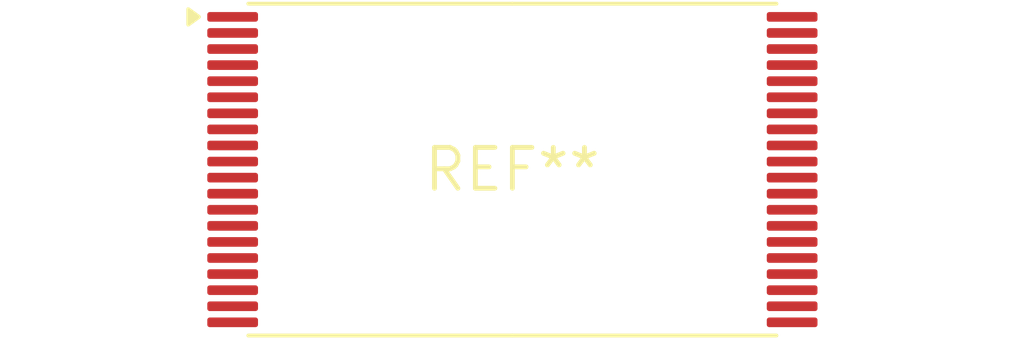
<source format=kicad_pcb>
(kicad_pcb (version 20240108) (generator pcbnew)
  (layers (0 "F.Cu" signal) (31 "B.Cu" signal) (34 "B.Paste" user) (35 "F.Paste" user) (36 "B.SilkS" user "B.Silkscreen") (37 "F.SilkS" user "F.Silkscreen") (38 "B.Mask" user) (39 "F.Mask" user) (44 "Edge.Cuts" user))
  (net 0 "")
  (footprint "TSOP-I-40_16.4x10mm_P0.5mm" (layer "F.Cu") (at 0 0)
    (property "Reference" "REF**")
    (property "Value" "TSOP-I-40_16.4x10mm_P0.5mm")
    (fp_line (start 0 -5.16) (end -8.2 -5.16) (layer "F.SilkS") (stroke (width 0.12)))
    (fp_line (start 0 -5.16) (end 8.2 -5.16) (layer "F.SilkS") (stroke (width 0.12)))
    (fp_line (start 0 5.16) (end -8.2 5.16) (layer "F.SilkS") (stroke (width 0.12)))
    (fp_line (start 0 5.16) (end 8.2 5.16) (layer "F.SilkS") (stroke (width 0.12)))
    (fp_poly (pts (xy -9.735 -4.75) (xy -10.065 -4.99) (xy -10.065 -4.51) (xy -9.735 -4.75)) (layer "F.SilkS") (stroke (width 0.12)) (fill solid))
    (pad "1" smd roundrect (at -8.6875 -4.75) (size 1.575 0.3) (layers "F.Cu" "F.Paste" "F.Mask"))
    (pad "2" smd roundrect (at -8.6875 -4.25) (size 1.575 0.3) (layers "F.Cu" "F.Paste" "F.Mask"))
    (pad "3" smd roundrect (at -8.6875 -3.75) (size 1.575 0.3) (layers "F.Cu" "F.Paste" "F.Mask"))
    (pad "4" smd roundrect (at -8.6875 -3.25) (size 1.575 0.3) (layers "F.Cu" "F.Paste" "F.Mask"))
    (pad "5" smd roundrect (at -8.6875 -2.75) (size 1.575 0.3) (layers "F.Cu" "F.Paste" "F.Mask"))
    (pad "6" smd roundrect (at -8.6875 -2.25) (size 1.575 0.3) (layers "F.Cu" "F.Paste" "F.Mask"))
    (pad "7" smd roundrect (at -8.6875 -1.75) (size 1.575 0.3) (layers "F.Cu" "F.Paste" "F.Mask"))
    (pad "8" smd roundrect (at -8.6875 -1.25) (size 1.575 0.3) (layers "F.Cu" "F.Paste" "F.Mask"))
    (pad "9" smd roundrect (at -8.6875 -0.75) (size 1.575 0.3) (layers "F.Cu" "F.Paste" "F.Mask"))
    (pad "10" smd roundrect (at -8.6875 -0.25) (size 1.575 0.3) (layers "F.Cu" "F.Paste" "F.Mask"))
    (pad "11" smd roundrect (at -8.6875 0.25) (size 1.575 0.3) (layers "F.Cu" "F.Paste" "F.Mask"))
    (pad "12" smd roundrect (at -8.6875 0.75) (size 1.575 0.3) (layers "F.Cu" "F.Paste" "F.Mask"))
    (pad "13" smd roundrect (at -8.6875 1.25) (size 1.575 0.3) (layers "F.Cu" "F.Paste" "F.Mask"))
    (pad "14" smd roundrect (at -8.6875 1.75) (size 1.575 0.3) (layers "F.Cu" "F.Paste" "F.Mask"))
    (pad "15" smd roundrect (at -8.6875 2.25) (size 1.575 0.3) (layers "F.Cu" "F.Paste" "F.Mask"))
    (pad "16" smd roundrect (at -8.6875 2.75) (size 1.575 0.3) (layers "F.Cu" "F.Paste" "F.Mask"))
    (pad "17" smd roundrect (at -8.6875 3.25) (size 1.575 0.3) (layers "F.Cu" "F.Paste" "F.Mask"))
    (pad "18" smd roundrect (at -8.6875 3.75) (size 1.575 0.3) (layers "F.Cu" "F.Paste" "F.Mask"))
    (pad "19" smd roundrect (at -8.6875 4.25) (size 1.575 0.3) (layers "F.Cu" "F.Paste" "F.Mask"))
    (pad "20" smd roundrect (at -8.6875 4.75) (size 1.575 0.3) (layers "F.Cu" "F.Paste" "F.Mask"))
    (pad "21" smd roundrect (at 8.6875 4.75) (size 1.575 0.3) (layers "F.Cu" "F.Paste" "F.Mask"))
    (pad "22" smd roundrect (at 8.6875 4.25) (size 1.575 0.3) (layers "F.Cu" "F.Paste" "F.Mask"))
    (pad "23" smd roundrect (at 8.6875 3.75) (size 1.575 0.3) (layers "F.Cu" "F.Paste" "F.Mask"))
    (pad "24" smd roundrect (at 8.6875 3.25) (size 1.575 0.3) (layers "F.Cu" "F.Paste" "F.Mask"))
    (pad "25" smd roundrect (at 8.6875 2.75) (size 1.575 0.3) (layers "F.Cu" "F.Paste" "F.Mask"))
    (pad "26" smd roundrect (at 8.6875 2.25) (size 1.575 0.3) (layers "F.Cu" "F.Paste" "F.Mask"))
    (pad "27" smd roundrect (at 8.6875 1.75) (size 1.575 0.3) (layers "F.Cu" "F.Paste" "F.Mask"))
    (pad "28" smd roundrect (at 8.6875 1.25) (size 1.575 0.3) (layers "F.Cu" "F.Paste" "F.Mask"))
    (pad "29" smd roundrect (at 8.6875 0.75) (size 1.575 0.3) (layers "F.Cu" "F.Paste" "F.Mask"))
    (pad "30" smd roundrect (at 8.6875 0.25) (size 1.575 0.3) (layers "F.Cu" "F.Paste" "F.Mask"))
    (pad "31" smd roundrect (at 8.6875 -0.25) (size 1.575 0.3) (layers "F.Cu" "F.Paste" "F.Mask"))
    (pad "32" smd roundrect (at 8.6875 -0.75) (size 1.575 0.3) (layers "F.Cu" "F.Paste" "F.Mask"))
    (pad "33" smd roundrect (at 8.6875 -1.25) (size 1.575 0.3) (layers "F.Cu" "F.Paste" "F.Mask"))
    (pad "34" smd roundrect (at 8.6875 -1.75) (size 1.575 0.3) (layers "F.Cu" "F.Paste" "F.Mask"))
    (pad "35" smd roundrect (at 8.6875 -2.25) (size 1.575 0.3) (layers "F.Cu" "F.Paste" "F.Mask"))
    (pad "36" smd roundrect (at 8.6875 -2.75) (size 1.575 0.3) (layers "F.Cu" "F.Paste" "F.Mask"))
    (pad "37" smd roundrect (at 8.6875 -3.25) (size 1.575 0.3) (layers "F.Cu" "F.Paste" "F.Mask"))
    (pad "38" smd roundrect (at 8.6875 -3.75) (size 1.575 0.3) (layers "F.Cu" "F.Paste" "F.Mask"))
    (pad "39" smd roundrect (at 8.6875 -4.25) (size 1.575 0.3) (layers "F.Cu" "F.Paste" "F.Mask"))
    (pad "40" smd roundrect (at 8.6875 -4.75) (size 1.575 0.3) (layers "F.Cu" "F.Paste" "F.Mask"))
  )
)
</source>
